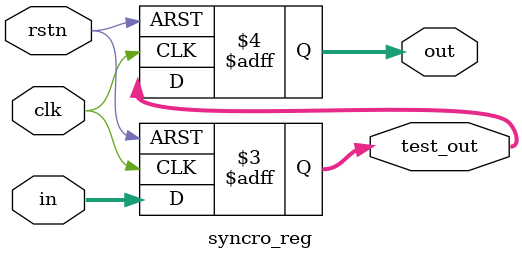
<source format=sv>

module syncro_reg#(
    parameter SIZE  = 8
  ) (
		input	logic 				clk,
		input	logic 				rstn,
		input	logic [SIZE-1:0]	in,
		output	logic [SIZE-1:0]	test_out,
		output	logic [SIZE-1:0]	out
  );
	
	always_ff @(posedge clk, negedge rstn) begin
		if (!rstn) begin
			test_out	<= '0;
			out			<= '0;
		end else begin
			test_out	<= in;
			out			<= test_out;
		end
	end
endmodule


</source>
